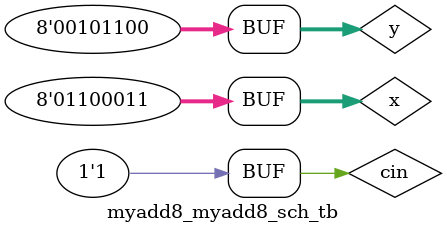
<source format=v>

`timescale 1ns / 1ps

module myadd8_myadd8_sch_tb();

// Inputs
   reg [7:0] x;
   reg [7:0] y;
   reg cin;

// Output
   wire [7:0] s;
   wire cout;

// Bidirs

// Instantiate the UUT
   myadd8 UUT (
		.x(x), 
		.y(y), 
		.cin(cin), 
		.s(s), 
		.cout(cout)
   );
// Initialize Inputs
   initial begin
		#20 cin = 0; x = 0; y = 0;
      #20 cin = 0; x = 255; y = 255;
      #20 cin = 0; x = 77; y = 55;
      #20 cin = 0; x = 123; y = 246;
      #20 cin = 0; x = 99; y = 44;
      #20 cin = 1; x = 144; y = 222;
      #20 cin = 1; x = 255; y = 255;
      #20 cin = 1; x = 77; y = 55;
      #20 cin = 1; x = 123; y = 246;
      #20 cin = 1; x = 99; y = 44;
   end
endmodule

</source>
